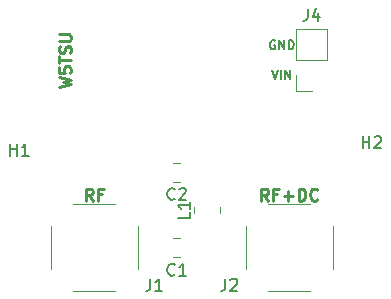
<source format=gbr>
%TF.GenerationSoftware,KiCad,Pcbnew,7.0.11-7.0.11~ubuntu22.04.1*%
%TF.CreationDate,2025-05-22T12:56:19-05:00*%
%TF.ProjectId,hf_bias_tee,68665f62-6961-4735-9f74-65652e6b6963,-*%
%TF.SameCoordinates,Original*%
%TF.FileFunction,Legend,Top*%
%TF.FilePolarity,Positive*%
%FSLAX46Y46*%
G04 Gerber Fmt 4.6, Leading zero omitted, Abs format (unit mm)*
G04 Created by KiCad (PCBNEW 7.0.11-7.0.11~ubuntu22.04.1) date 2025-05-22 12:56:19*
%MOMM*%
%LPD*%
G01*
G04 APERTURE LIST*
%ADD10C,0.254000*%
%ADD11C,0.152400*%
%ADD12C,0.250000*%
%ADD13C,0.150000*%
%ADD14C,0.120000*%
G04 APERTURE END LIST*
D10*
X124974048Y-99516812D02*
X124635381Y-99033003D01*
X124393476Y-99516812D02*
X124393476Y-98500812D01*
X124393476Y-98500812D02*
X124780524Y-98500812D01*
X124780524Y-98500812D02*
X124877286Y-98549193D01*
X124877286Y-98549193D02*
X124925667Y-98597574D01*
X124925667Y-98597574D02*
X124974048Y-98694336D01*
X124974048Y-98694336D02*
X124974048Y-98839479D01*
X124974048Y-98839479D02*
X124925667Y-98936241D01*
X124925667Y-98936241D02*
X124877286Y-98984622D01*
X124877286Y-98984622D02*
X124780524Y-99033003D01*
X124780524Y-99033003D02*
X124393476Y-99033003D01*
X125748143Y-98984622D02*
X125409476Y-98984622D01*
X125409476Y-99516812D02*
X125409476Y-98500812D01*
X125409476Y-98500812D02*
X125893286Y-98500812D01*
D11*
X140135428Y-88482590D02*
X140389428Y-89244590D01*
X140389428Y-89244590D02*
X140643428Y-88482590D01*
X140897428Y-89244590D02*
X140897428Y-88482590D01*
X141260285Y-89244590D02*
X141260285Y-88482590D01*
X141260285Y-88482590D02*
X141695714Y-89244590D01*
X141695714Y-89244590D02*
X141695714Y-88482590D01*
X140389428Y-85978876D02*
X140316857Y-85942590D01*
X140316857Y-85942590D02*
X140207999Y-85942590D01*
X140207999Y-85942590D02*
X140099142Y-85978876D01*
X140099142Y-85978876D02*
X140026571Y-86051447D01*
X140026571Y-86051447D02*
X139990285Y-86124019D01*
X139990285Y-86124019D02*
X139953999Y-86269162D01*
X139953999Y-86269162D02*
X139953999Y-86378019D01*
X139953999Y-86378019D02*
X139990285Y-86523162D01*
X139990285Y-86523162D02*
X140026571Y-86595733D01*
X140026571Y-86595733D02*
X140099142Y-86668305D01*
X140099142Y-86668305D02*
X140207999Y-86704590D01*
X140207999Y-86704590D02*
X140280571Y-86704590D01*
X140280571Y-86704590D02*
X140389428Y-86668305D01*
X140389428Y-86668305D02*
X140425714Y-86632019D01*
X140425714Y-86632019D02*
X140425714Y-86378019D01*
X140425714Y-86378019D02*
X140280571Y-86378019D01*
X140752285Y-86704590D02*
X140752285Y-85942590D01*
X140752285Y-85942590D02*
X141187714Y-86704590D01*
X141187714Y-86704590D02*
X141187714Y-85942590D01*
X141550571Y-86704590D02*
X141550571Y-85942590D01*
X141550571Y-85942590D02*
X141732000Y-85942590D01*
X141732000Y-85942590D02*
X141840857Y-85978876D01*
X141840857Y-85978876D02*
X141913428Y-86051447D01*
X141913428Y-86051447D02*
X141949714Y-86124019D01*
X141949714Y-86124019D02*
X141986000Y-86269162D01*
X141986000Y-86269162D02*
X141986000Y-86378019D01*
X141986000Y-86378019D02*
X141949714Y-86523162D01*
X141949714Y-86523162D02*
X141913428Y-86595733D01*
X141913428Y-86595733D02*
X141840857Y-86668305D01*
X141840857Y-86668305D02*
X141732000Y-86704590D01*
X141732000Y-86704590D02*
X141550571Y-86704590D01*
D10*
X139839095Y-99516812D02*
X139500428Y-99033003D01*
X139258523Y-99516812D02*
X139258523Y-98500812D01*
X139258523Y-98500812D02*
X139645571Y-98500812D01*
X139645571Y-98500812D02*
X139742333Y-98549193D01*
X139742333Y-98549193D02*
X139790714Y-98597574D01*
X139790714Y-98597574D02*
X139839095Y-98694336D01*
X139839095Y-98694336D02*
X139839095Y-98839479D01*
X139839095Y-98839479D02*
X139790714Y-98936241D01*
X139790714Y-98936241D02*
X139742333Y-98984622D01*
X139742333Y-98984622D02*
X139645571Y-99033003D01*
X139645571Y-99033003D02*
X139258523Y-99033003D01*
X140613190Y-98984622D02*
X140274523Y-98984622D01*
X140274523Y-99516812D02*
X140274523Y-98500812D01*
X140274523Y-98500812D02*
X140758333Y-98500812D01*
X141145380Y-99129765D02*
X141919476Y-99129765D01*
X141532428Y-99516812D02*
X141532428Y-98742717D01*
X142403285Y-99516812D02*
X142403285Y-98500812D01*
X142403285Y-98500812D02*
X142645190Y-98500812D01*
X142645190Y-98500812D02*
X142790333Y-98549193D01*
X142790333Y-98549193D02*
X142887095Y-98645955D01*
X142887095Y-98645955D02*
X142935476Y-98742717D01*
X142935476Y-98742717D02*
X142983857Y-98936241D01*
X142983857Y-98936241D02*
X142983857Y-99081384D01*
X142983857Y-99081384D02*
X142935476Y-99274908D01*
X142935476Y-99274908D02*
X142887095Y-99371670D01*
X142887095Y-99371670D02*
X142790333Y-99468432D01*
X142790333Y-99468432D02*
X142645190Y-99516812D01*
X142645190Y-99516812D02*
X142403285Y-99516812D01*
X143999857Y-99420051D02*
X143951476Y-99468432D01*
X143951476Y-99468432D02*
X143806333Y-99516812D01*
X143806333Y-99516812D02*
X143709571Y-99516812D01*
X143709571Y-99516812D02*
X143564428Y-99468432D01*
X143564428Y-99468432D02*
X143467666Y-99371670D01*
X143467666Y-99371670D02*
X143419285Y-99274908D01*
X143419285Y-99274908D02*
X143370904Y-99081384D01*
X143370904Y-99081384D02*
X143370904Y-98936241D01*
X143370904Y-98936241D02*
X143419285Y-98742717D01*
X143419285Y-98742717D02*
X143467666Y-98645955D01*
X143467666Y-98645955D02*
X143564428Y-98549193D01*
X143564428Y-98549193D02*
X143709571Y-98500812D01*
X143709571Y-98500812D02*
X143806333Y-98500812D01*
X143806333Y-98500812D02*
X143951476Y-98549193D01*
X143951476Y-98549193D02*
X143999857Y-98597574D01*
D12*
X122131619Y-89915713D02*
X123131619Y-89677618D01*
X123131619Y-89677618D02*
X122417333Y-89487142D01*
X122417333Y-89487142D02*
X123131619Y-89296666D01*
X123131619Y-89296666D02*
X122131619Y-89058571D01*
X122131619Y-88201428D02*
X122131619Y-88677618D01*
X122131619Y-88677618D02*
X122607809Y-88725237D01*
X122607809Y-88725237D02*
X122560190Y-88677618D01*
X122560190Y-88677618D02*
X122512571Y-88582380D01*
X122512571Y-88582380D02*
X122512571Y-88344285D01*
X122512571Y-88344285D02*
X122560190Y-88249047D01*
X122560190Y-88249047D02*
X122607809Y-88201428D01*
X122607809Y-88201428D02*
X122703047Y-88153809D01*
X122703047Y-88153809D02*
X122941142Y-88153809D01*
X122941142Y-88153809D02*
X123036380Y-88201428D01*
X123036380Y-88201428D02*
X123084000Y-88249047D01*
X123084000Y-88249047D02*
X123131619Y-88344285D01*
X123131619Y-88344285D02*
X123131619Y-88582380D01*
X123131619Y-88582380D02*
X123084000Y-88677618D01*
X123084000Y-88677618D02*
X123036380Y-88725237D01*
X122131619Y-87868094D02*
X122131619Y-87296666D01*
X123131619Y-87582380D02*
X122131619Y-87582380D01*
X123084000Y-87010951D02*
X123131619Y-86868094D01*
X123131619Y-86868094D02*
X123131619Y-86629999D01*
X123131619Y-86629999D02*
X123084000Y-86534761D01*
X123084000Y-86534761D02*
X123036380Y-86487142D01*
X123036380Y-86487142D02*
X122941142Y-86439523D01*
X122941142Y-86439523D02*
X122845904Y-86439523D01*
X122845904Y-86439523D02*
X122750666Y-86487142D01*
X122750666Y-86487142D02*
X122703047Y-86534761D01*
X122703047Y-86534761D02*
X122655428Y-86629999D01*
X122655428Y-86629999D02*
X122607809Y-86820475D01*
X122607809Y-86820475D02*
X122560190Y-86915713D01*
X122560190Y-86915713D02*
X122512571Y-86963332D01*
X122512571Y-86963332D02*
X122417333Y-87010951D01*
X122417333Y-87010951D02*
X122322095Y-87010951D01*
X122322095Y-87010951D02*
X122226857Y-86963332D01*
X122226857Y-86963332D02*
X122179238Y-86915713D01*
X122179238Y-86915713D02*
X122131619Y-86820475D01*
X122131619Y-86820475D02*
X122131619Y-86582380D01*
X122131619Y-86582380D02*
X122179238Y-86439523D01*
X122131619Y-86010951D02*
X122941142Y-86010951D01*
X122941142Y-86010951D02*
X123036380Y-85963332D01*
X123036380Y-85963332D02*
X123084000Y-85915713D01*
X123084000Y-85915713D02*
X123131619Y-85820475D01*
X123131619Y-85820475D02*
X123131619Y-85629999D01*
X123131619Y-85629999D02*
X123084000Y-85534761D01*
X123084000Y-85534761D02*
X123036380Y-85487142D01*
X123036380Y-85487142D02*
X122941142Y-85439523D01*
X122941142Y-85439523D02*
X122131619Y-85439523D01*
D13*
X131913333Y-105769580D02*
X131865714Y-105817200D01*
X131865714Y-105817200D02*
X131722857Y-105864819D01*
X131722857Y-105864819D02*
X131627619Y-105864819D01*
X131627619Y-105864819D02*
X131484762Y-105817200D01*
X131484762Y-105817200D02*
X131389524Y-105721961D01*
X131389524Y-105721961D02*
X131341905Y-105626723D01*
X131341905Y-105626723D02*
X131294286Y-105436247D01*
X131294286Y-105436247D02*
X131294286Y-105293390D01*
X131294286Y-105293390D02*
X131341905Y-105102914D01*
X131341905Y-105102914D02*
X131389524Y-105007676D01*
X131389524Y-105007676D02*
X131484762Y-104912438D01*
X131484762Y-104912438D02*
X131627619Y-104864819D01*
X131627619Y-104864819D02*
X131722857Y-104864819D01*
X131722857Y-104864819D02*
X131865714Y-104912438D01*
X131865714Y-104912438D02*
X131913333Y-104960057D01*
X132865714Y-105864819D02*
X132294286Y-105864819D01*
X132580000Y-105864819D02*
X132580000Y-104864819D01*
X132580000Y-104864819D02*
X132484762Y-105007676D01*
X132484762Y-105007676D02*
X132389524Y-105102914D01*
X132389524Y-105102914D02*
X132294286Y-105150533D01*
X131913333Y-99354580D02*
X131865714Y-99402200D01*
X131865714Y-99402200D02*
X131722857Y-99449819D01*
X131722857Y-99449819D02*
X131627619Y-99449819D01*
X131627619Y-99449819D02*
X131484762Y-99402200D01*
X131484762Y-99402200D02*
X131389524Y-99306961D01*
X131389524Y-99306961D02*
X131341905Y-99211723D01*
X131341905Y-99211723D02*
X131294286Y-99021247D01*
X131294286Y-99021247D02*
X131294286Y-98878390D01*
X131294286Y-98878390D02*
X131341905Y-98687914D01*
X131341905Y-98687914D02*
X131389524Y-98592676D01*
X131389524Y-98592676D02*
X131484762Y-98497438D01*
X131484762Y-98497438D02*
X131627619Y-98449819D01*
X131627619Y-98449819D02*
X131722857Y-98449819D01*
X131722857Y-98449819D02*
X131865714Y-98497438D01*
X131865714Y-98497438D02*
X131913333Y-98545057D01*
X132294286Y-98545057D02*
X132341905Y-98497438D01*
X132341905Y-98497438D02*
X132437143Y-98449819D01*
X132437143Y-98449819D02*
X132675238Y-98449819D01*
X132675238Y-98449819D02*
X132770476Y-98497438D01*
X132770476Y-98497438D02*
X132818095Y-98545057D01*
X132818095Y-98545057D02*
X132865714Y-98640295D01*
X132865714Y-98640295D02*
X132865714Y-98735533D01*
X132865714Y-98735533D02*
X132818095Y-98878390D01*
X132818095Y-98878390D02*
X132246667Y-99449819D01*
X132246667Y-99449819D02*
X132865714Y-99449819D01*
X129841666Y-106134819D02*
X129841666Y-106849104D01*
X129841666Y-106849104D02*
X129794047Y-106991961D01*
X129794047Y-106991961D02*
X129698809Y-107087200D01*
X129698809Y-107087200D02*
X129555952Y-107134819D01*
X129555952Y-107134819D02*
X129460714Y-107134819D01*
X130841666Y-107134819D02*
X130270238Y-107134819D01*
X130555952Y-107134819D02*
X130555952Y-106134819D01*
X130555952Y-106134819D02*
X130460714Y-106277676D01*
X130460714Y-106277676D02*
X130365476Y-106372914D01*
X130365476Y-106372914D02*
X130270238Y-106420533D01*
X136191666Y-106134819D02*
X136191666Y-106849104D01*
X136191666Y-106849104D02*
X136144047Y-106991961D01*
X136144047Y-106991961D02*
X136048809Y-107087200D01*
X136048809Y-107087200D02*
X135905952Y-107134819D01*
X135905952Y-107134819D02*
X135810714Y-107134819D01*
X136620238Y-106230057D02*
X136667857Y-106182438D01*
X136667857Y-106182438D02*
X136763095Y-106134819D01*
X136763095Y-106134819D02*
X137001190Y-106134819D01*
X137001190Y-106134819D02*
X137096428Y-106182438D01*
X137096428Y-106182438D02*
X137144047Y-106230057D01*
X137144047Y-106230057D02*
X137191666Y-106325295D01*
X137191666Y-106325295D02*
X137191666Y-106420533D01*
X137191666Y-106420533D02*
X137144047Y-106563390D01*
X137144047Y-106563390D02*
X136572619Y-107134819D01*
X136572619Y-107134819D02*
X137191666Y-107134819D01*
X143176666Y-83274819D02*
X143176666Y-83989104D01*
X143176666Y-83989104D02*
X143129047Y-84131961D01*
X143129047Y-84131961D02*
X143033809Y-84227200D01*
X143033809Y-84227200D02*
X142890952Y-84274819D01*
X142890952Y-84274819D02*
X142795714Y-84274819D01*
X144081428Y-83608152D02*
X144081428Y-84274819D01*
X143843333Y-83227200D02*
X143605238Y-83941485D01*
X143605238Y-83941485D02*
X144224285Y-83941485D01*
X133169819Y-100496666D02*
X133169819Y-100972856D01*
X133169819Y-100972856D02*
X132169819Y-100972856D01*
X133169819Y-99639523D02*
X133169819Y-100210951D01*
X133169819Y-99925237D02*
X132169819Y-99925237D01*
X132169819Y-99925237D02*
X132312676Y-100020475D01*
X132312676Y-100020475D02*
X132407914Y-100115713D01*
X132407914Y-100115713D02*
X132455533Y-100210951D01*
X117983095Y-95704819D02*
X117983095Y-94704819D01*
X117983095Y-95181009D02*
X118554523Y-95181009D01*
X118554523Y-95704819D02*
X118554523Y-94704819D01*
X119554523Y-95704819D02*
X118983095Y-95704819D01*
X119268809Y-95704819D02*
X119268809Y-94704819D01*
X119268809Y-94704819D02*
X119173571Y-94847676D01*
X119173571Y-94847676D02*
X119078333Y-94942914D01*
X119078333Y-94942914D02*
X118983095Y-94990533D01*
X147828095Y-95069819D02*
X147828095Y-94069819D01*
X147828095Y-94546009D02*
X148399523Y-94546009D01*
X148399523Y-95069819D02*
X148399523Y-94069819D01*
X148828095Y-94165057D02*
X148875714Y-94117438D01*
X148875714Y-94117438D02*
X148970952Y-94069819D01*
X148970952Y-94069819D02*
X149209047Y-94069819D01*
X149209047Y-94069819D02*
X149304285Y-94117438D01*
X149304285Y-94117438D02*
X149351904Y-94165057D01*
X149351904Y-94165057D02*
X149399523Y-94260295D01*
X149399523Y-94260295D02*
X149399523Y-94355533D01*
X149399523Y-94355533D02*
X149351904Y-94498390D01*
X149351904Y-94498390D02*
X148780476Y-95069819D01*
X148780476Y-95069819D02*
X149399523Y-95069819D01*
D14*
%TO.C,C1*%
X132400000Y-102705000D02*
X131800000Y-102705000D01*
X132380000Y-104305000D02*
X131780000Y-104305000D01*
%TO.C,C2*%
X132400000Y-96355000D02*
X131800000Y-96355000D01*
X132380000Y-97955000D02*
X131780000Y-97955000D01*
%TO.C,J1*%
X121415000Y-101705000D02*
X121415000Y-105305000D01*
X123295000Y-99825000D02*
X126895000Y-99825000D01*
X123295000Y-107185000D02*
X126895000Y-107185000D01*
X128775000Y-101705000D02*
X128775000Y-105305000D01*
%TO.C,J2*%
X137925000Y-101705000D02*
X137925000Y-105305000D01*
X139805000Y-99825000D02*
X143405000Y-99825000D01*
X139805000Y-107185000D02*
X143405000Y-107185000D01*
X145285000Y-101705000D02*
X145285000Y-105305000D01*
%TO.C,J4*%
X144840000Y-87630000D02*
X144840000Y-85030000D01*
X144840000Y-87630000D02*
X142180000Y-87630000D01*
X144840000Y-85030000D02*
X142180000Y-85030000D01*
X143510000Y-90230000D02*
X142180000Y-90230000D01*
X142180000Y-90230000D02*
X142180000Y-88900000D01*
X142180000Y-87630000D02*
X142180000Y-85030000D01*
%TO.C,L1*%
X135730000Y-100068748D02*
X135730000Y-100591252D01*
X133510000Y-100068748D02*
X133510000Y-100591252D01*
%TD*%
M02*

</source>
